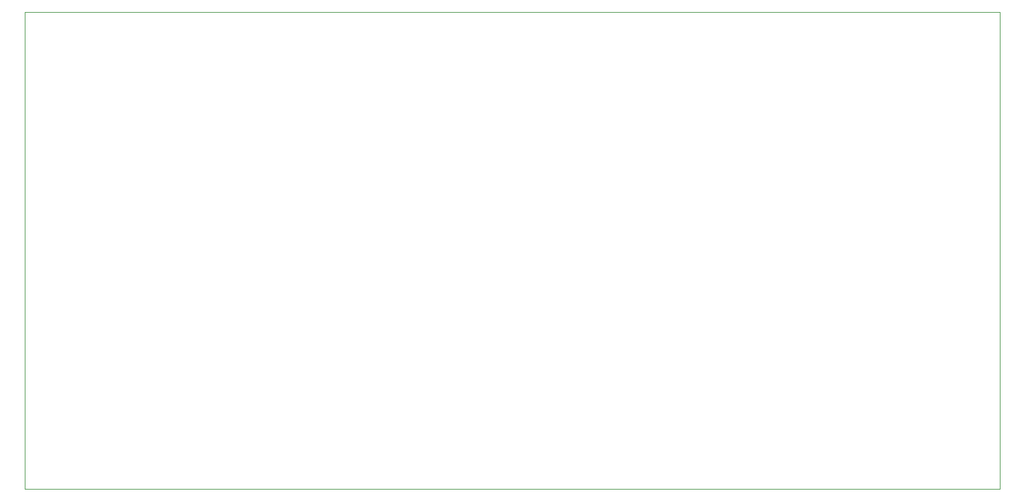
<source format=gbr>
%TF.GenerationSoftware,KiCad,Pcbnew,8.0.8*%
%TF.CreationDate,2026-01-05T18:13:39-07:00*%
%TF.ProjectId,Traeger rev 2.3.0.kicad_pro,54726165-6765-4722-9072-657620322e33,rev?*%
%TF.SameCoordinates,Original*%
%TF.FileFunction,Profile,NP*%
%FSLAX46Y46*%
G04 Gerber Fmt 4.6, Leading zero omitted, Abs format (unit mm)*
G04 Created by KiCad (PCBNEW 8.0.8) date 2026-01-05 18:13:39*
%MOMM*%
%LPD*%
G01*
G04 APERTURE LIST*
%TA.AperFunction,Profile*%
%ADD10C,0.050000*%
%TD*%
G04 APERTURE END LIST*
D10*
X110200000Y-51160000D02*
X240100000Y-51160000D01*
X240100000Y-114750000D01*
X110200000Y-114750000D01*
X110200000Y-51160000D01*
M02*

</source>
